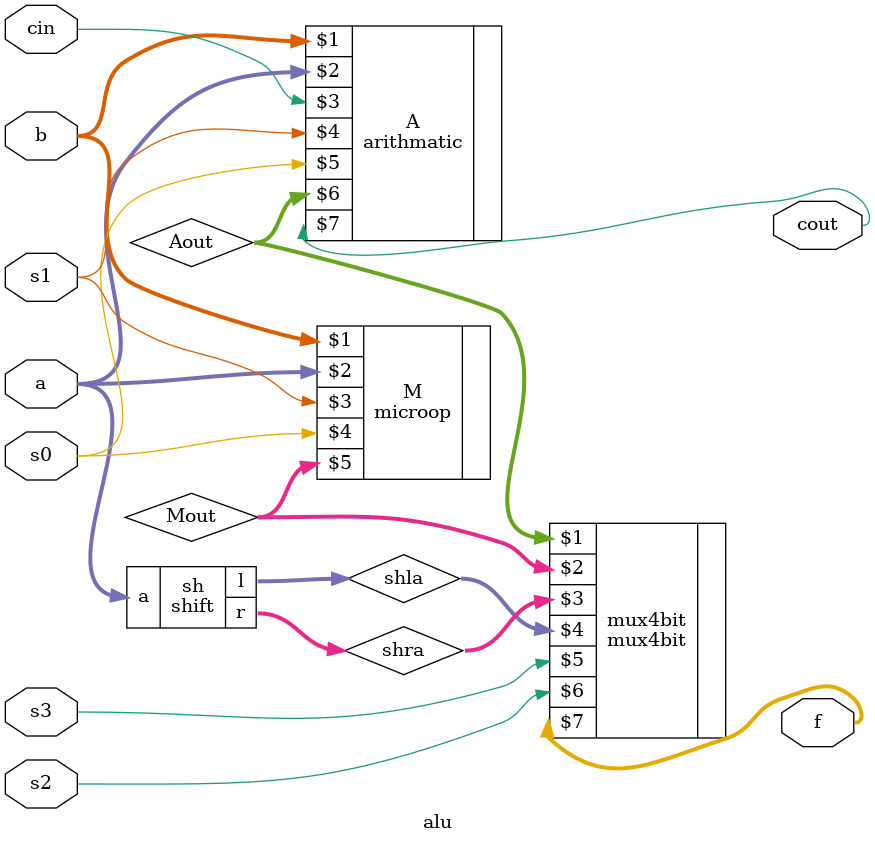
<source format=v>
`include "arithmatic.v"
`include "microop.v"
`include "mux4bit.v"


module shift (
    input [3:0] a,
    output [3:0] r,l
);
    assign r = a>>1;
    assign l = a<<1;

endmodule

module alu(s0,s1,s2,s3,cin,a,b,f,cout);

    input s0,s1,s2,s3,cin;
    input [3:0] a,b;
    output [3:0] f;
    output cout;

    wire [0:3] Aout;
    arithmatic A(b,a,cin,s1,s0,Aout,cout);

    wire [3:0] Mout;
    microop M(b,a,s1,s0,Mout);

    wire [3:0] shra,shla;
    shift sh(a,shra,shla);

    mux4bit mux4bit(Aout,Mout,shra,shla,s3,s2,f);

endmodule






</source>
